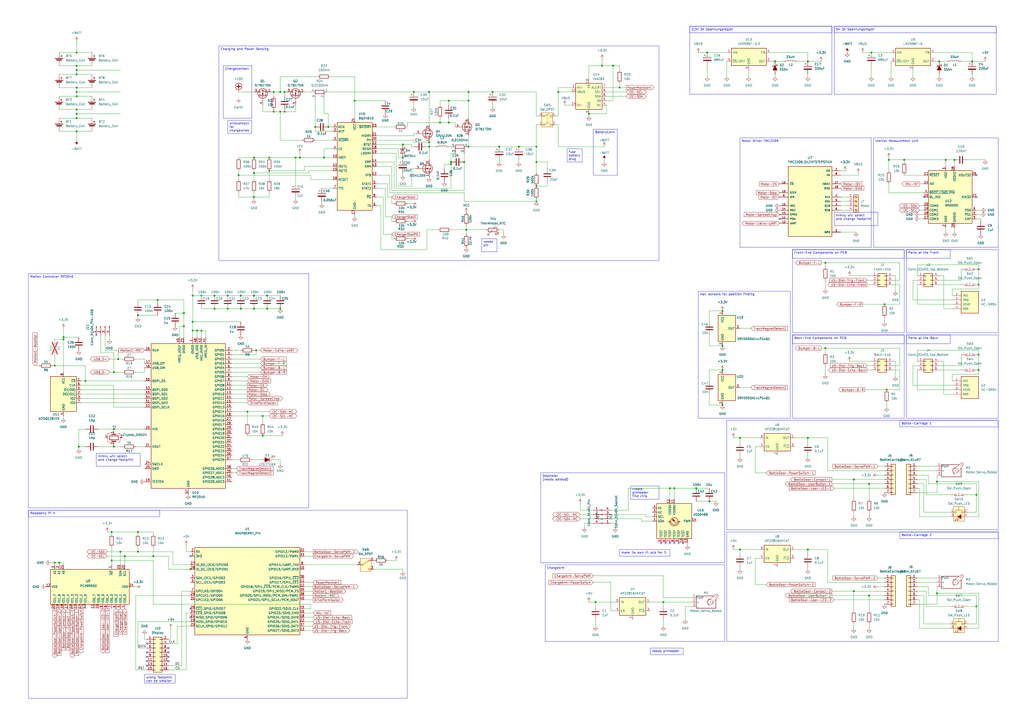
<source format=kicad_sch>
(kicad_sch
	(version 20231120)
	(generator "eeschema")
	(generator_version "8.0")
	(uuid "10e9ed1f-81fe-4a04-a219-cef72219a4ee")
	(paper "A2")
	
	(junction
		(at 429.26 318.77)
		(diameter 0)
		(color 0 0 0 0)
		(uuid "03268f60-248c-430f-9a48-def6cb6c976e")
	)
	(junction
		(at 148.59 203.2)
		(diameter 0)
		(color 0 0 0 0)
		(uuid "04234bed-4ba9-40ef-ac16-7d8ec800186b")
	)
	(junction
		(at 410.21 30.48)
		(diameter 0)
		(color 0 0 0 0)
		(uuid "06870aa4-4c9b-477d-9f05-4ca4de8f6a4d")
	)
	(junction
		(at 147.32 91.44)
		(diameter 0)
		(color 0 0 0 0)
		(uuid "078e93f4-ef9b-4a26-8fc8-7cb6440c9d83")
	)
	(junction
		(at 44.45 50.8)
		(diameter 0)
		(color 0 0 0 0)
		(uuid "083aae67-81c3-4ec2-bf4a-336ec22f72e9")
	)
	(junction
		(at 567.69 156.21)
		(diameter 0)
		(color 0 0 0 0)
		(uuid "0a9bdb1e-9b3a-41f4-835f-eeec191ae320")
	)
	(junction
		(at 205.74 58.42)
		(diameter 0)
		(color 0 0 0 0)
		(uuid "0fa84823-55a1-466b-9cc3-bd54f6acb385")
	)
	(junction
		(at 514.35 226.06)
		(diameter 0)
		(color 0 0 0 0)
		(uuid "1164d9f6-d69f-4765-bfe4-5ec41bb5ffc7")
	)
	(junction
		(at 270.51 133.35)
		(diameter 0)
		(color 0 0 0 0)
		(uuid "1591bc0a-595e-4743-a95b-031ef01c08e6")
	)
	(junction
		(at 248.92 53.34)
		(diameter 0)
		(color 0 0 0 0)
		(uuid "1679ec30-b595-4bc8-847c-00c67a55e84a")
	)
	(junction
		(at 411.48 290.83)
		(diameter 0)
		(color 0 0 0 0)
		(uuid "1b8fa2c7-fa8e-4998-809b-20561d475fbb")
	)
	(junction
		(at 36.83 195.58)
		(diameter 0)
		(color 0 0 0 0)
		(uuid "21be0d6d-08dd-4c6b-8dde-b3409b7daccd")
	)
	(junction
		(at 91.44 173.99)
		(diameter 0)
		(color 0 0 0 0)
		(uuid "22a4d2dd-f848-4193-8541-955420f6e17d")
	)
	(junction
		(at 44.45 68.58)
		(diameter 0)
		(color 0 0 0 0)
		(uuid "2421b6f1-9351-4b09-9d81-3293799c07ca")
	)
	(junction
		(at 543.56 279.4)
		(diameter 0)
		(color 0 0 0 0)
		(uuid "25fc08dd-dbcb-4986-8d99-a9d615e74609")
	)
	(junction
		(at 44.45 30.48)
		(diameter 0)
		(color 0 0 0 0)
		(uuid "265fbd34-c236-4afc-b472-ab5f7b1865f2")
	)
	(junction
		(at 64.77 325.12)
		(diameter 0)
		(color 0 0 0 0)
		(uuid "277e0764-7927-4216-849d-6bc3b8e09a44")
	)
	(junction
		(at 139.7 179.07)
		(diameter 0)
		(color 0 0 0 0)
		(uuid "29426718-41a1-4fab-a69c-de55200420f5")
	)
	(junction
		(at 44.45 43.18)
		(diameter 0)
		(color 0 0 0 0)
		(uuid "29b5096b-a417-4d8d-8959-38c8fd1009d5")
	)
	(junction
		(at 173.99 91.44)
		(diameter 0)
		(color 0 0 0 0)
		(uuid "2b369410-99bd-4582-9d81-3d76128a213a")
	)
	(junction
		(at 80.01 182.88)
		(diameter 0)
		(color 0 0 0 0)
		(uuid "2d0abeda-aac0-4388-a19d-3bc6f581aa05")
	)
	(junction
		(at 44.45 76.2)
		(diameter 0)
		(color 0 0 0 0)
		(uuid "2d1447b9-e1f8-416e-9e68-2f3a93be7887")
	)
	(junction
		(at 116.84 191.77)
		(diameter 0)
		(color 0 0 0 0)
		(uuid "2e7fad9a-09d7-4161-afc3-42855f89e07f")
	)
	(junction
		(at 187.96 91.44)
		(diameter 0)
		(color 0 0 0 0)
		(uuid "2fb5237e-5a20-44ce-8f36-963c438a2351")
	)
	(junction
		(at 147.32 179.07)
		(diameter 0)
		(color 0 0 0 0)
		(uuid "2fdf82e2-3891-4bd7-be3f-e7514a4bef5c")
	)
	(junction
		(at 311.15 85.09)
		(diameter 0)
		(color 0 0 0 0)
		(uuid "311f4d38-041f-4193-974d-1c83fbb67e88")
	)
	(junction
		(at 248.92 85.09)
		(diameter 0)
		(color 0 0 0 0)
		(uuid "35ac3a86-2b3b-4a03-adb1-0a5eb95a4bba")
	)
	(junction
		(at 124.46 179.07)
		(diameter 0)
		(color 0 0 0 0)
		(uuid "39a70374-4daf-4db7-bf38-bf4c46ca5dc6")
	)
	(junction
		(at 124.46 171.45)
		(diameter 0)
		(color 0 0 0 0)
		(uuid "3c018187-1d9c-4d03-8c02-29d04cab6f36")
	)
	(junction
		(at 88.9 322.58)
		(diameter 0)
		(color 0 0 0 0)
		(uuid "3ee83e4e-3370-4ed8-bcc6-114de62898d7")
	)
	(junction
		(at 349.25 38.1)
		(diameter 0)
		(color 0 0 0 0)
		(uuid "3eea0a00-3e9a-4c07-bf8c-cd1e7c4edf62")
	)
	(junction
		(at 147.32 100.33)
		(diameter 0)
		(color 0 0 0 0)
		(uuid "41cacee7-f5a4-4feb-90d3-5b89c79d1be2")
	)
	(junction
		(at 147.32 171.45)
		(diameter 0)
		(color 0 0 0 0)
		(uuid "451af065-1b1a-4969-88c6-18b12c3eaf4b")
	)
	(junction
		(at 513.08 176.53)
		(diameter 0)
		(color 0 0 0 0)
		(uuid "46e71d5b-0486-4156-82c5-6cd1b8ff00c5")
	)
	(junction
		(at 116.84 171.45)
		(diameter 0)
		(color 0 0 0 0)
		(uuid "470f61d3-5f15-44b3-9be8-d7ad98c6cb59")
	)
	(junction
		(at 419.1 234.95)
		(diameter 0)
		(color 0 0 0 0)
		(uuid "48971dba-eda7-491c-8cff-cff1d10cc4ba")
	)
	(junction
		(at 355.6 38.1)
		(diameter 0)
		(color 0 0 0 0)
		(uuid "4a08adb7-ea48-4326-a6c2-0515fd040642")
	)
	(junction
		(at 311.15 107.95)
		(diameter 0)
		(color 0 0 0 0)
		(uuid "4c87b946-ba01-4b69-b1a9-9e7e6044b062")
	)
	(junction
		(at 31.75 212.09)
		(diameter 0)
		(color 0 0 0 0)
		(uuid "4f324c9b-e82a-4655-af45-70ad70b76b07")
	)
	(junction
		(at 165.1 64.77)
		(diameter 0)
		(color 0 0 0 0)
		(uuid "4f5c7b81-43d6-4512-a1ff-f2767706b81b")
	)
	(junction
		(at 80.01 308.61)
		(diameter 0)
		(color 0 0 0 0)
		(uuid "4fafc432-26d7-4c70-844e-cbe5d393e13c")
	)
	(junction
		(at 68.58 208.28)
		(diameter 0)
		(color 0 0 0 0)
		(uuid "515f183c-9db6-4e5c-a04a-45e2e5b7cfce")
	)
	(junction
		(at 260.35 71.12)
		(diameter 0)
		(color 0 0 0 0)
		(uuid "51a07f6d-fef6-4ded-b7b5-940b5c2502f1")
	)
	(junction
		(at 563.88 35.56)
		(diameter 0)
		(color 0 0 0 0)
		(uuid "55e24700-a976-46b6-9a5e-322947c19269")
	)
	(junction
		(at 261.62 95.25)
		(diameter 0)
		(color 0 0 0 0)
		(uuid "5648a747-6913-4918-8ca5-acc9f5883311")
	)
	(junction
		(at 504.19 345.44)
		(diameter 0)
		(color 0 0 0 0)
		(uuid "57161dd7-66d7-4a82-9a79-eaa5c269842f")
	)
	(junction
		(at 419.1 214.63)
		(diameter 0)
		(color 0 0 0 0)
		(uuid "58941ba0-49a2-4b85-9a74-91b8353490af")
	)
	(junction
		(at 248.92 82.55)
		(diameter 0)
		(color 0 0 0 0)
		(uuid "594a1fa7-7f41-4e93-aa45-4e1c30e0c436")
	)
	(junction
		(at 567.69 214.63)
		(diameter 0)
		(color 0 0 0 0)
		(uuid "594cf67e-7a44-4414-8f11-a3da63be89bc")
	)
	(junction
		(at 255.27 71.12)
		(diameter 0)
		(color 0 0 0 0)
		(uuid "5cb3f681-a5b8-4722-b634-c4ebdba652ce")
	)
	(junction
		(at 548.64 92.71)
		(diameter 0)
		(color 0 0 0 0)
		(uuid "5eef07a4-476c-4d20-ab85-4e2f6966be7d")
	)
	(junction
		(at 419.1 180.34)
		(diameter 0)
		(color 0 0 0 0)
		(uuid "6897ca32-27ac-491f-81b3-db9981cbe5a5")
	)
	(junction
		(at 567.69 205.74)
		(diameter 0)
		(color 0 0 0 0)
		(uuid "6a3dc16e-cbd1-4799-aa60-2efd10351d35")
	)
	(junction
		(at 261.62 93.98)
		(diameter 0)
		(color 0 0 0 0)
		(uuid "6bda25a7-d433-4177-8a8c-e3ecc441d877")
	)
	(junction
		(at 111.76 191.77)
		(diameter 0)
		(color 0 0 0 0)
		(uuid "6d65149c-99e1-48b1-afd4-3fc0a4e61402")
	)
	(junction
		(at 311.15 93.98)
		(diameter 0)
		(color 0 0 0 0)
		(uuid "6ef56cb4-6ee0-4075-bb1b-a819c1239ddb")
	)
	(junction
		(at 44.45 66.04)
		(diameter 0)
		(color 0 0 0 0)
		(uuid "6f780dc5-431b-4107-8aa6-7a7b80f485db")
	)
	(junction
		(at 80.01 320.04)
		(diameter 0)
		(color 0 0 0 0)
		(uuid "7008afad-ebe6-4b0c-994b-1ffb34cb38c0")
	)
	(junction
		(at 495.3 278.13)
		(diameter 0)
		(color 0 0 0 0)
		(uuid "75888cbd-2c9c-44cc-a124-d721d5a43a54")
	)
	(junction
		(at 66.04 259.08)
		(diameter 0)
		(color 0 0 0 0)
		(uuid "75b73604-a04b-4e5e-8f2b-d7112a354c76")
	)
	(junction
		(at 152.4 252.73)
		(diameter 0)
		(color 0 0 0 0)
		(uuid "75ef01e9-385c-4ea7-9683-cb33dac2e24c")
	)
	(junction
		(at 156.21 99.06)
		(diameter 0)
		(color 0 0 0 0)
		(uuid "7a6f0ed7-48cc-489f-9f10-fea7b8900c2e")
	)
	(junction
		(at 44.45 40.64)
		(diameter 0)
		(color 0 0 0 0)
		(uuid "7b5e014f-6d02-49ab-956c-429ce09c3d2b")
	)
	(junction
		(at 566.42 351.79)
		(diameter 0)
		(color 0 0 0 0)
		(uuid "7cb410a2-cd21-4a99-a0fc-9cfba2c05cfa")
	)
	(junction
		(at 154.94 171.45)
		(diameter 0)
		(color 0 0 0 0)
		(uuid "7dc31fcc-7a3f-43f9-9177-cd22c32ac711")
	)
	(junction
		(at 543.56 344.17)
		(diameter 0)
		(color 0 0 0 0)
		(uuid "80f79bba-cc7f-4b8e-9517-8f247a51f6a4")
	)
	(junction
		(at 311.15 116.84)
		(diameter 0)
		(color 0 0 0 0)
		(uuid "821cd109-e758-4a14-9a36-4eccd116b2e8")
	)
	(junction
		(at 158.75 64.77)
		(diameter 0)
		(color 0 0 0 0)
		(uuid "82b92c49-401a-4913-858f-7e3f2f46ddcf")
	)
	(junction
		(at 111.76 186.69)
		(diameter 0)
		(color 0 0 0 0)
		(uuid "84d0a7d8-7dd4-4f12-bcc9-40014992f2ac")
	)
	(junction
		(at 504.19 280.67)
		(diameter 0)
		(color 0 0 0 0)
		(uuid "8521d5a2-40ba-4a5d-a5c4-2e6ef9471c28")
	)
	(junction
		(at 240.03 53.34)
		(diameter 0)
		(color 0 0 0 0)
		(uuid "85aefa31-e41f-4715-9986-793490d285ff")
	)
	(junction
		(at 44.45 53.34)
		(diameter 0)
		(color 0 0 0 0)
		(uuid "87f4a9f5-047d-4055-84ef-ce082379ddb6")
	)
	(junction
		(at 162.56 64.77)
		(diameter 0)
		(color 0 0 0 0)
		(uuid "882212e7-c879-43a9-94f4-d1d58d5f9db1")
	)
	(junction
		(at 478.79 201.93)
		(diameter 0)
		(color 0 0 0 0)
		(uuid "88a18d9a-46e4-498d-9d39-2906a2038335")
	)
	(junction
		(at 419.1 200.66)
		(diameter 0)
		(color 0 0 0 0)
		(uuid "8949e0e3-3200-4f92-ba6a-fc8d6b9cfd36")
	)
	(junction
		(at 271.78 85.09)
		(diameter 0)
		(color 0 0 0 0)
		(uuid "8a7f6c4c-38fa-47ce-ae35-629d17876516")
	)
	(junction
		(at 111.76 171.45)
		(diameter 0)
		(color 0 0 0 0)
		(uuid "8c8781ed-ac6a-4428-9845-847cdc5f6708")
	)
	(junction
		(at 271.78 53.34)
		(diameter 0)
		(color 0 0 0 0)
		(uuid "8e4272b3-cc34-461e-ac6a-bc00f9b86312")
	)
	(junction
		(at 271.78 58.42)
		(diameter 0)
		(color 0 0 0 0)
		(uuid "8f6c5fa1-1431-4ada-bf5f-e2d89623533d")
	)
	(junction
		(at 132.08 179.07)
		(diameter 0)
		(color 0 0 0 0)
		(uuid "90d555f8-82ed-4e5b-9fde-9f2563ca9a84")
	)
	(junction
		(at 345.44 349.25)
		(diameter 0)
		(color 0 0 0 0)
		(uuid "9339e47f-85f5-408a-b36c-b27fd8430462")
	)
	(junction
		(at 190.5 73.66)
		(diameter 0)
		(color 0 0 0 0)
		(uuid "93f07516-6868-4305-aacb-0ba200e0c11d")
	)
	(junction
		(at 162.56 179.07)
		(diameter 0)
		(color 0 0 0 0)
		(uuid "9471eeb1-2a59-42c9-9805-be6e33dda6f7")
	)
	(junction
		(at 495.3 342.9)
		(diameter 0)
		(color 0 0 0 0)
		(uuid "95c38d03-b4bc-4d18-b7ec-e184e5f2b0d1")
	)
	(junction
		(at 158.75 53.34)
		(diameter 0)
		(color 0 0 0 0)
		(uuid "96aa31a1-4e10-459b-997d-dbaa4ad37b35")
	)
	(junction
		(at 515.62 92.71)
		(diameter 0)
		(color 0 0 0 0)
		(uuid "99315baa-d1fc-4dc4-bcfc-637bd899f1ef")
	)
	(junction
		(at 544.83 35.56)
		(diameter 0)
		(color 0 0 0 0)
		(uuid "99af6a2b-938f-4a05-a868-2edc7d4b2aed")
	)
	(junction
		(at 72.39 322.58)
		(diameter 0)
		(color 0 0 0 0)
		(uuid "9a382fe7-2567-41bd-b706-8a429acfe147")
	)
	(junction
		(at 154.94 179.07)
		(diameter 0)
		(color 0 0 0 0)
		(uuid "9c8a7697-ebc2-4d23-9b1c-948f5bccfdc2")
	)
	(junction
		(at 49.53 220.98)
		(diameter 0)
		(color 0 0 0 0)
		(uuid "9e9c8458-49a2-4c4a-9aa4-a77a98a09679")
	)
	(junction
		(at 391.16 283.21)
		(diameter 0)
		(color 0 0 0 0)
		(uuid "9f75e55c-6b64-43ca-a3d6-8f8cc0d4d803")
	)
	(junction
		(at 44.45 55.88)
		(diameter 0)
		(color 0 0 0 0)
		(uuid "a042a7b2-81e2-4dbc-9fc4-79a7c6613bb5")
	)
	(junction
		(at 106.68 189.23)
		(diameter 0)
		(color 0 0 0 0)
		(uuid "a0da04da-7b55-4416-b220-aaaa0dffdfe3")
	)
	(junction
		(at 388.62 283.21)
		(diameter 0)
		(color 0 0 0 0)
		(uuid "a0f8d404-3bc2-48a5-bf46-f57dc022c690")
	)
	(junction
		(at 143.51 238.76)
		(diameter 0)
		(color 0 0 0 0)
		(uuid "a174328b-591f-4f4e-acd9-d1960c5a1d5e")
	)
	(junction
		(at 45.72 259.08)
		(diameter 0)
		(color 0 0 0 0)
		(uuid "a3540f26-1336-4e81-a8eb-434080559b46")
	)
	(junction
		(at 110.49 330.2)
		(diameter 0)
		(color 0 0 0 0)
		(uuid "a8b3ec47-a9a9-4ba1-b749-6c31898f83b9")
	)
	(junction
		(at 114.3 191.77)
		(diameter 0)
		(color 0 0 0 0)
		(uuid "a9ae8d97-5143-4d48-8437-3701e9202cc1")
	)
	(junction
		(at 171.45 91.44)
		(diameter 0)
		(color 0 0 0 0)
		(uuid "b5f21407-4b80-434f-ba8b-2953c30b04b1")
	)
	(junction
		(at 566.42 287.02)
		(diameter 0)
		(color 0 0 0 0)
		(uuid "b783d9c8-d090-495a-83a1-e580f2c25178")
	)
	(junction
		(at 468.63 318.77)
		(diameter 0)
		(color 0 0 0 0)
		(uuid "bbc22500-7889-4288-be0d-cfd80288ac5c")
	)
	(junction
		(at 384.81 349.25)
		(diameter 0)
		(color 0 0 0 0)
		(uuid "bc4e959e-e2ad-4122-b784-10f1fe12ed65")
	)
	(junction
		(at 147.32 114.3)
		(diameter 0)
		(color 0 0 0 0)
		(uuid "c0be65a4-b948-4986-9442-3575c41d013b")
	)
	(junction
		(at 64.77 308.61)
		(diameter 0)
		(color 0 0 0 0)
		(uuid "c5a02223-bddc-4462-98b4-b63f3acdf809")
	)
	(junction
		(at 449.58 35.56)
		(diameter 0)
		(color 0 0 0 0)
		(uuid "c799042d-ae88-43cc-a271-0df941a8f484")
	)
	(junction
		(at 269.24 93.98)
		(diameter 0)
		(color 0 0 0 0)
		(uuid "c7d05e29-29a0-49a9-a586-8d5da62223fe")
	)
	(junction
		(at 553.72 92.71)
		(diameter 0)
		(color 0 0 0 0)
		(uuid "c85e723b-7570-4cf5-84ad-b61532129048")
	)
	(junction
		(at 289.56 85.09)
		(diameter 0)
		(color 0 0 0 0)
		(uuid "c98230bc-9741-4d2b-b0c6-8db53ea0f657")
	)
	(junction
		(at 69.85 320.04)
		(diameter 0)
		(color 0 0 0 0)
		(uuid "c9829d1e-e068-4d7b-979c-0567ec83b092")
	)
	(junction
		(at 156.21 91.44)
		(diameter 0)
		(color 0 0 0 0)
		(uuid "c9b95984-e325-4229-95f0-72e6effc4e99")
	)
	(junction
		(at 300.99 85.09)
		(diameter 0)
		(color 0 0 0 0)
		(uuid "cb05a25a-166f-42f3-90e5-a4460cb0206d")
	)
	(junction
		(at 66.04 248.92)
		(diameter 0)
		(color 0 0 0 0)
		(uuid "cde65cd6-c066-46d8-a2f4-f11966f8d9bc")
	)
	(junction
		(at 233.68 83.82)
		(diameter 0)
		(color 0 0 0 0)
		(uuid "ce7a012a-b7ac-4733-9453-7513c5eadd71")
	)
	(junction
		(at 36.83 196.85)
		(diameter 0)
		(color 0 0 0 0)
		(uuid "cf515f11-e932-4ebb-a615-a2f4c79f2c55")
	)
	(junction
		(at 341.63 66.04)
		(diameter 0)
		(color 0 0 0 0)
		(uuid "d11ba81a-bdac-481a-9bd9-cd8d713f0ecf")
	)
	(junction
		(at 44.45 38.1)
		(diameter 0)
		(color 0 0 0 0)
		(uuid "d460fc4e-116b-461c-9aad-963e945b1fdb")
	)
	(junction
		(at 182.88 73.66)
		(diameter 0)
		(color 0 0 0 0)
		(uuid "d7218f09-481c-4dfb-8660-d32c7d548973")
	)
	(junction
		(at 31.75 326.39)
		(diameter 0)
		(color 0 0 0 0)
		(uuid "d7cc7e0e-4b77-4814-a0d4-6785824da040")
	)
	(junction
		(at 403.86 283.21)
		(diameter 0)
		(color 0 0 0 0)
		(uuid "db7b671f-52e1-4b28-8b64-2de38bc73d4f")
	)
	(junction
		(at 152.4 241.3)
		(diameter 0)
		(color 0 0 0 0)
		(uuid "dc242737-9d3c-4090-9829-a23ee9040928")
	)
	(junction
		(at 478.79 152.4)
		(diameter 0)
		(color 0 0 0 0)
		(uuid "dc30a080-afb7-48a1-9348-3fa78b8193e0")
	)
	(junction
		(at 66.04 215.9)
		(diameter 0)
		(color 0 0 0 0)
		(uuid "decbe553-a3bd-4fc0-9f73-f7e590a6e953")
	)
	(junction
		(at 139.7 171.45)
		(diameter 0)
		(color 0 0 0 0)
		(uuid "e1775e11-9fe6-4463-8146-18d8ced08735")
	)
	(junction
		(at 106.68 181.61)
		(diameter 0)
		(color 0 0 0 0)
		(uuid "e18add9c-c3d0-41a9-8ecf-c6c33a8a8953")
	)
	(junction
		(at 162.56 53.34)
		(diameter 0)
		(color 0 0 0 0)
		(uuid "e638f2a4-5e9e-4671-badd-88fbc55318f6")
	)
	(junction
		(at 429.26 254)
		(diameter 0)
		(color 0 0 0 0)
		(uuid "e643f0fc-a1a1-4012-a5b0-69948705cd8f")
	)
	(junction
		(at 165.1 53.34)
		(diameter 0)
		(color 0 0 0 0)
		(uuid "e996c373-c3aa-4ac5-9496-1773721cfd1c")
	)
	(junction
		(at 132.08 171.45)
		(diameter 0)
		(color 0 0 0 0)
		(uuid "ebd25529-48dc-4d3c-995a-0a53a2b21d6f")
	)
	(junction
		(at 285.75 53.34)
		(diameter 0)
		(color 0 0 0 0)
		(uuid "ed079d0b-fea7-481b-852a-0b16d86be289")
	)
	(junction
		(at 359.41 50.8)
		(diameter 0)
		(color 0 0 0 0)
		(uuid "ee21e3f5-e352-4a84-93cf-62e554bde62b")
	)
	(junction
		(at 260.35 58.42)
		(diameter 0)
		(color 0 0 0 0)
		(uuid "ee485631-1076-491b-ae9c-d926dec44c36")
	)
	(junction
		(at 323.85 53.34)
		(diameter 0)
		(color 0 0 0 0)
		(uuid "eec98f71-cafb-4731-a4ef-ebdea913f8f8")
	)
	(junction
		(at 468.63 254)
		(diameter 0)
		(color 0 0 0 0)
		(uuid "efd94e32-e0ba-4970-b1bf-8fd3aa6a1536")
	)
	(junction
		(at 524.51 92.71)
		(diameter 0)
		(color 0 0 0 0)
		(uuid "f1ea72bd-ddab-4c9c-bc3e-94b9ac135f23")
	)
	(junction
		(at 34.29 326.39)
		(diameter 0)
		(color 0 0 0 0)
		(uuid "f2ce2bf7-3045-45bb-b7fc-f2ad386e880f")
	)
	(junction
		(at 138.43 101.6)
		(diameter 0)
		
... [494391 chars truncated]
</source>
